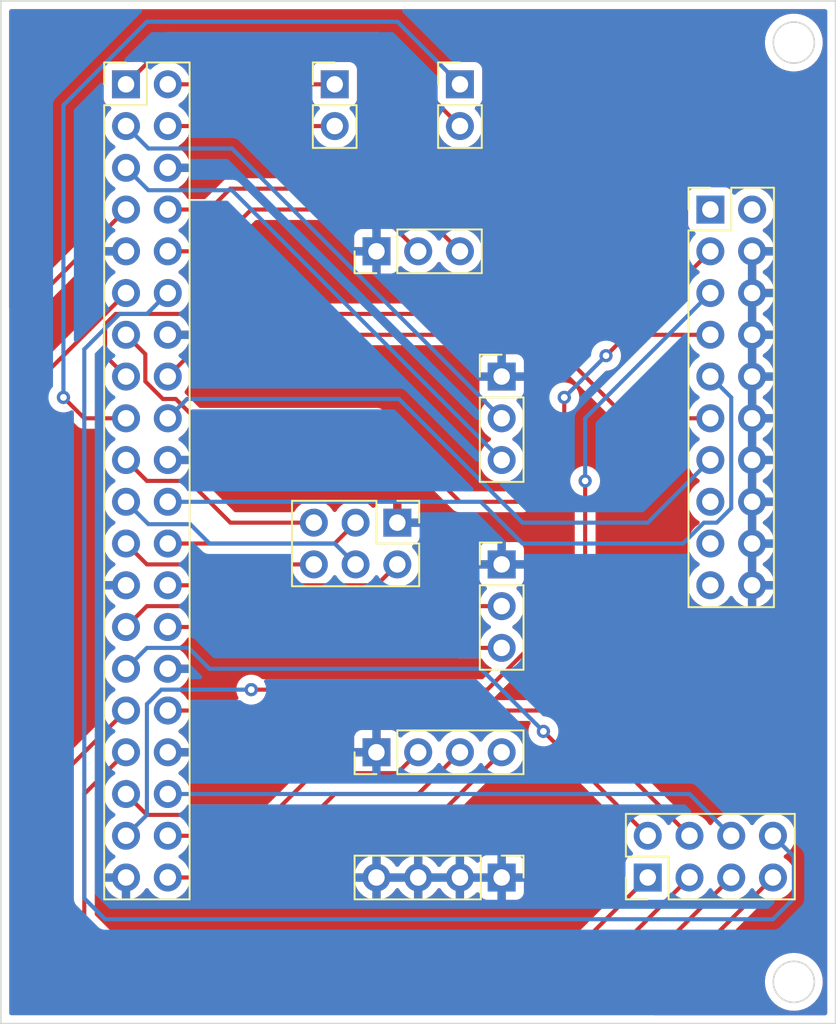
<source format=kicad_pcb>
(kicad_pcb (version 20211014) (generator pcbnew)
  (layers (0 "F.Cu" signal) (31 "B.Cu" signal) (34 "B.Paste" user) (35 "F.Paste" user) (36 "B.SilkS" user "B.Silkscreen") (37 "F.SilkS" user "F.Silkscreen") (38 "B.Mask" user) (39 "F.Mask" user) (44 "Edge.Cuts" user))
  (net 0 "")
  (net 1 "Net-(J0-Pad1)")
  (net 2 "Net-(J0-Pad2)")
  (net 3 "Net-(J0-Pad3)")
  (net 4 "Net-(J0-Pad4)")
  (net 5 "Net-(J0-Pad5)")
  (net 6 "Net-(J0-Pad7)")
  (net 7 "Net-(J0-Pad8)")
  (net 8 "Net-(J0-Pad10)")
  (net 9 "Net-(J0-Pad11)")
  (net 10 "Net-(J0-Pad12)")
  (net 11 "Net-(J0-Pad13)")
  (net 12 "Net-(J0-Pad15)")
  (net 13 "Net-(J0-Pad16)")
  (net 14 "Net-(J0-Pad17)")
  (net 15 "Net-(J0-Pad18)")
  (net 16 "Net-(J0-Pad19)")
  (net 17 "Net-(J0-Pad21)")
  (net 18 "Net-(J0-Pad22)")
  (net 19 "Net-(J0-Pad23)")
  (net 20 "Net-(J0-Pad24)")
  (net 21 "Net-(J0-Pad26)")
  (net 22 "Net-(J0-Pad27)")
  (net 23 "Net-(J0-Pad28)")
  (net 24 "Net-(J0-Pad31)")
  (net 25 "Net-(J0-Pad32)")
  (net 26 "Net-(J0-Pad33)")
  (net 27 "Net-(J0-Pad35)")
  (net 28 "Net-(J0-Pad36)")
  (net 29 "Net-(J0-Pad37)")
  (net 30 "Net-(J0-Pad38)")
  (net 31 "Net-(J0-Pad40)")
  (net 37 "Net-(J11-Pad2)")
  (net 38 "GND")
  (footprint "Connector_PinHeader_2.54mm:PinHeader_1x02_P2.54mm_Vertical" (layer "F.Cu") (at 109.22 63.5)
    (fp_text reference "J7" hide)
    (fp_text value "5V")
    (fp_line (start -1.33 0) (end -1.33 -1.33) (layer "F.SilkS") (width 0.12))
    (fp_line (start -1.33 1.27) (end 1.33 1.27) (layer "F.SilkS") (width 0.12))
    (fp_line (start -1.33 1.27) (end -1.33 3.87) (layer "F.SilkS") (width 0.12))
    (fp_line (start -1.33 -1.33) (end 0 -1.33) (layer "F.SilkS") (width 0.12))
    (fp_line (start -1.33 3.87) (end 1.33 3.87) (layer "F.SilkS") (width 0.12))
    (fp_line (start 1.33 1.27) (end 1.33 3.87) (layer "F.SilkS") (width 0.12))
    (pad "1" thru_hole rect (at 0 0) (size 1.7 1.7) (drill 1) (layers *.Cu *.Mask) (net 2 "Net-(J0-Pad2)"))
    (pad "2" thru_hole oval (at 0 2.54) (size 1.7 1.7) (drill 1) (layers *.Cu *.Mask) (net 4 "Net-(J0-Pad4)"))
  )
  (footprint "Connector_PinHeader_2.54mm:PinHeader_2x03_P2.54mm_Vertical" (layer "F.Cu") (at 113.03 90.17 -90)
    (fp_text reference "J6" hide)
    (fp_text value "SPI0")
    (fp_line (start -1.33 1.27) (end -1.33 6.41) (layer "F.SilkS") (width 0.12))
    (fp_line (start 1.27 1.27) (end 1.27 -1.33) (layer "F.SilkS") (width 0.12))
    (fp_line (start 1.27 -1.33) (end 3.87 -1.33) (layer "F.SilkS") (width 0.12))
    (fp_line (start -1.33 6.41) (end 3.87 6.41) (layer "F.SilkS") (width 0.12))
    (fp_line (start 3.87 -1.33) (end 3.87 6.41) (layer "F.SilkS") (width 0.12))
    (fp_line (start -1.33 0) (end -1.33 -1.33) (layer "F.SilkS") (width 0.12))
    (fp_line (start -1.33 1.27) (end 1.27 1.27) (layer "F.SilkS") (width 0.12))
    (fp_line (start -1.33 -1.33) (end 0 -1.33) (layer "F.SilkS") (width 0.12))
    (pad "1" thru_hole rect (at 0 0 270) (size 1.7 1.7) (drill 1) (layers *.Cu *.Mask) (net 38 "GND"))
    (pad "2" thru_hole oval (at 2.54 0 270) (size 1.7 1.7) (drill 1) (layers *.Cu *.Mask) (net 21 "Net-(J0-Pad26)"))
    (pad "3" thru_hole oval (at 0 2.54 270) (size 1.7 1.7) (drill 1) (layers *.Cu *.Mask) (net 20 "Net-(J0-Pad24)"))
    (pad "4" thru_hole oval (at 2.54 2.54 270) (size 1.7 1.7) (drill 1) (layers *.Cu *.Mask) (net 17 "Net-(J0-Pad21)"))
    (pad "5" thru_hole oval (at 0 5.08 270) (size 1.7 1.7) (drill 1) (layers *.Cu *.Mask) (net 16 "Net-(J0-Pad19)"))
    (pad "6" thru_hole oval (at 2.54 5.08 270) (size 1.7 1.7) (drill 1) (layers *.Cu *.Mask) (net 19 "Net-(J0-Pad23)"))
  )
  (footprint "Connector_PinHeader_2.54mm:PinHeader_1x04_P2.54mm_Vertical" (layer "F.Cu") (at 119.38 111.76 -90)
    (fp_text reference "J9" hide)
    (fp_text value "GND")
    (fp_line (start -1.33 1.27) (end -1.33 8.95) (layer "F.SilkS") (width 0.12))
    (fp_line (start 1.33 1.27) (end 1.33 8.95) (layer "F.SilkS") (width 0.12))
    (fp_line (start -1.33 -1.33) (end 0 -1.33) (layer "F.SilkS") (width 0.12))
    (fp_line (start -1.33 1.27) (end 1.33 1.27) (layer "F.SilkS") (width 0.12))
    (fp_line (start -1.33 0) (end -1.33 -1.33) (layer "F.SilkS") (width 0.12))
    (fp_line (start -1.33 8.95) (end 1.33 8.95) (layer "F.SilkS") (width 0.12))
    (pad "1" thru_hole rect (at 0 0 270) (size 1.7 1.7) (drill 1) (layers *.Cu *.Mask) (net 38 "GND"))
    (pad "2" thru_hole oval (at 0 2.54 270) (size 1.7 1.7) (drill 1) (layers *.Cu *.Mask) (net 38 "GND"))
    (pad "3" thru_hole oval (at 0 5.08 270) (size 1.7 1.7) (drill 1) (layers *.Cu *.Mask) (net 38 "GND"))
    (pad "4" thru_hole oval (at 0 7.62 270) (size 1.7 1.7) (drill 1) (layers *.Cu *.Mask) (net 38 "GND"))
  )
  (footprint "Connector_PinHeader_2.54mm:PinHeader_1x02_P2.54mm_Vertical" (layer "F.Cu") (at 116.84 63.5)
    (fp_text reference "J8" hide)
    (fp_text value "3V3")
    (fp_line (start -1.33 -1.33) (end 0 -1.33) (layer "F.SilkS") (width 0.12))
    (fp_line (start -1.33 1.27) (end 1.33 1.27) (layer "F.SilkS") (width 0.12))
    (fp_line (start -1.33 0) (end -1.33 -1.33) (layer "F.SilkS") (width 0.12))
    (fp_line (start 1.33 1.27) (end 1.33 3.87) (layer "F.SilkS") (width 0.12))
    (fp_line (start -1.33 3.87) (end 1.33 3.87) (layer "F.SilkS") (width 0.12))
    (fp_line (start -1.33 1.27) (end -1.33 3.87) (layer "F.SilkS") (width 0.12))
    (pad "1" thru_hole rect (at 0 0) (size 1.7 1.7) (drill 1) (layers *.Cu *.Mask) (net 14 "Net-(J0-Pad17)"))
    (pad "2" thru_hole oval (at 0 2.54) (size 1.7 1.7) (drill 1) (layers *.Cu *.Mask) (net 1 "Net-(J0-Pad1)"))
  )
  (footprint "Connector_PinHeader_2.54mm:PinHeader_1x03_P2.54mm_Vertical" (layer "F.Cu") (at 119.38 81.28)
    (fp_text reference "J4" hide)
    (fp_text value "I2C1")
    (fp_line (start -1.33 6.41) (end 1.33 6.41) (layer "F.SilkS") (width 0.12))
    (fp_line (start -1.33 -1.33) (end 0 -1.33) (layer "F.SilkS") (width 0.12))
    (fp_line (start -1.33 0) (end -1.33 -1.33) (layer "F.SilkS") (width 0.12))
    (fp_line (start -1.33 1.27) (end -1.33 6.41) (layer "F.SilkS") (width 0.12))
    (fp_line (start -1.33 1.27) (end 1.33 1.27) (layer "F.SilkS") (width 0.12))
    (fp_line (start 1.33 1.27) (end 1.33 6.41) (layer "F.SilkS") (width 0.12))
    (pad "1" thru_hole rect (at 0 0) (size 1.7 1.7) (drill 1) (layers *.Cu *.Mask) (net 38 "GND"))
    (pad "2" thru_hole oval (at 0 2.54) (size 1.7 1.7) (drill 1) (layers *.Cu *.Mask) (net 3 "Net-(J0-Pad3)"))
    (pad "3" thru_hole oval (at 0 5.08) (size 1.7 1.7) (drill 1) (layers *.Cu *.Mask) (net 5 "Net-(J0-Pad5)"))
  )
  (footprint "Connector_PinHeader_2.54mm:PinHeader_2x04_P2.54mm_Vertical" (layer "F.Cu") (at 128.27 111.76 90)
    (fp_text reference "J11" hide)
    (fp_text value "GPIO")
    (fp_line (start -1.33 -1.33) (end 0 -1.33) (layer "F.SilkS") (width 0.12))
    (fp_line (start 1.27 1.27) (end 1.27 -1.33) (layer "F.SilkS") (width 0.12))
    (fp_line (start -1.33 0) (end -1.33 -1.33) (layer "F.SilkS") (width 0.12))
    (fp_line (start -1.33 1.27) (end 1.27 1.27) (layer "F.SilkS") (width 0.12))
    (fp_line (start -1.33 1.27) (end -1.33 8.95) (layer "F.SilkS") (width 0.12))
    (fp_line (start 3.87 -1.33) (end 3.87 8.95) (layer "F.SilkS") (width 0.12))
    (fp_line (start 1.27 -1.33) (end 3.87 -1.33) (layer "F.SilkS") (width 0.12))
    (fp_line (start -1.33 8.95) (end 3.87 8.95) (layer "F.SilkS") (width 0.12))
    (pad "1" thru_hole rect (at 0 0 90) (size 1.7 1.7) (drill 1) (layers *.Cu *.Mask) (net 26 "Net-(J0-Pad33)"))
    (pad "2" thru_hole oval (at 2.54 0 90) (size 1.7 1.7) (drill 1) (layers *.Cu *.Mask) (net 37 "Net-(J11-Pad2)"))
    (pad "3" thru_hole oval (at 0 2.54 90) (size 1.7 1.7) (drill 1) (layers *.Cu *.Mask) (net 24 "Net-(J0-Pad31)"))
    (pad "4" thru_hole oval (at 2.54 2.54 90) (size 1.7 1.7) (drill 1) (layers *.Cu *.Mask) (net 25 "Net-(J0-Pad32)"))
    (pad "5" thru_hole oval (at 0 5.08 90) (size 1.7 1.7) (drill 1) (layers *.Cu *.Mask) (net 9 "Net-(J0-Pad11)"))
    (pad "6" thru_hole oval (at 2.54 5.08 90) (size 1.7 1.7) (drill 1) (layers *.Cu *.Mask) (net 28 "Net-(J0-Pad36)"))
    (pad "7" thru_hole oval (at 0 7.62 90) (size 1.7 1.7) (drill 1) (layers *.Cu *.Mask) (net 6 "Net-(J0-Pad7)"))
    (pad "8" thru_hole oval (at 2.54 7.62 90) (size 1.7 1.7) (drill 1) (layers *.Cu *.Mask) (net 10 "Net-(J0-Pad12)"))
  )
  (footprint "Connector_PinHeader_2.54mm:PinHeader_1x04_P2.54mm_Vertical" (layer "F.Cu") (at 111.76 104.14 90)
    (fp_text reference "J5" hide)
    (fp_text value "SPI1")
    (fp_line (start -1.33 1.27) (end -1.33 8.95) (layer "F.SilkS") (width 0.12))
    (fp_line (start 1.33 1.27) (end 1.33 8.95) (layer "F.SilkS") (width 0.12))
    (fp_line (start -1.33 0) (end -1.33 -1.33) (layer "F.SilkS") (width 0.12))
    (fp_line (start -1.33 1.27) (end 1.33 1.27) (layer "F.SilkS") (width 0.12))
    (fp_line (start -1.33 -1.33) (end 0 -1.33) (layer "F.SilkS") (width 0.12))
    (fp_line (start -1.33 8.95) (end 1.33 8.95) (layer "F.SilkS") (width 0.12))
    (pad "1" thru_hole rect (at 0 0 90) (size 1.7 1.7) (drill 1) (layers *.Cu *.Mask) (net 38 "GND"))
    (pad "2" thru_hole oval (at 0 2.54 90) (size 1.7 1.7) (drill 1) (layers *.Cu *.Mask) (net 27 "Net-(J0-Pad35)"))
    (pad "3" thru_hole oval (at 0 5.08 90) (size 1.7 1.7) (drill 1) (layers *.Cu *.Mask) (net 30 "Net-(J0-Pad38)"))
    (pad "4" thru_hole oval (at 0 7.62 90) (size 1.7 1.7) (drill 1) (layers *.Cu *.Mask) (net 31 "Net-(J0-Pad40)"))
  )
  (footprint "Connector_PinHeader_2.54mm:PinHeader_1x03_P2.54mm_Vertical" (layer "F.Cu") (at 111.76 73.66 90)
    (fp_text reference "J2" hide)
    (fp_text value "UART")
    (fp_line (start 1.33 1.27) (end 1.33 6.41) (layer "F.SilkS") (width 0.12))
    (fp_line (start -1.33 6.41) (end 1.33 6.41) (layer "F.SilkS") (width 0.12))
    (fp_line (start -1.33 1.27) (end -1.33 6.41) (layer "F.SilkS") (width 0.12))
    (fp_line (start -1.33 -1.33) (end 0 -1.33) (layer "F.SilkS") (width 0.12))
    (fp_line (start -1.33 0) (end -1.33 -1.33) (layer "F.SilkS") (width 0.12))
    (fp_line (start -1.33 1.27) (end 1.33 1.27) (layer "F.SilkS") (width 0.12))
    (pad "1" thru_hole rect (at 0 0 90) (size 1.7 1.7) (drill 1) (layers *.Cu *.Mask) (net 38 "GND"))
    (pad "2" thru_hole oval (at 0 2.54 90) (size 1.7 1.7) (drill 1) (layers *.Cu *.Mask) (net 8 "Net-(J0-Pad10)"))
    (pad "3" thru_hole oval (at 0 5.08 90) (size 1.7 1.7) (drill 1) (layers *.Cu *.Mask) (net 7 "Net-(J0-Pad8)"))
  )
  (footprint "Connector_PinHeader_2.54mm:PinHeader_2x20_P2.54mm_Vertical" (layer "F.Cu") (at 96.52 63.5)
    (fp_text reference "J0" hide)
    (fp_text value "Raspberry Pi")
    (fp_line (start -1.33 0) (end -1.33 -1.33) (layer "F.SilkS") (width 0.12))
    (fp_line (start 1.27 -1.33) (end 3.87 -1.33) (layer "F.SilkS") (width 0.12))
    (fp_line (start 1.27 1.27) (end 1.27 -1.33) (layer "F.SilkS") (width 0.12))
    (fp_line (start -1.33 1.27) (end 1.27 1.27) (layer "F.SilkS") (width 0.12))
    (fp_line (start 3.87 -1.33) (end 3.87 49.59) (layer "F.SilkS") (width 0.12))
    (fp_line (start -1.33 -1.33) (end 0 -1.33) (layer "F.SilkS") (width 0.12))
    (fp_line (start -1.33 49.59) (end 3.87 49.59) (layer "F.SilkS") (width 0.12))
    (fp_line (start -1.33 1.27) (end -1.33 49.59) (layer "F.SilkS") (width 0.12))
    (pad "1" thru_hole rect (at 0 0) (size 1.7 1.7) (drill 1) (layers *.Cu *.Mask) (net 1 "Net-(J0-Pad1)"))
    (pad "2" thru_hole oval (at 2.54 0) (size 1.7 1.7) (drill 1) (layers *.Cu *.Mask) (net 2 "Net-(J0-Pad2)"))
    (pad "3" thru_hole oval (at 0 2.54) (size 1.7 1.7) (drill 1) (layers *.Cu *.Mask) (net 3 "Net-(J0-Pad3)"))
    (pad "4" thru_hole oval (at 2.54 2.54) (size 1.7 1.7) (drill 1) (layers *.Cu *.Mask) (net 4 "Net-(J0-Pad4)"))
    (pad "5" thru_hole oval (at 0 5.08) (size 1.7 1.7) (drill 1) (layers *.Cu *.Mask) (net 5 "Net-(J0-Pad5)"))
    (pad "6" thru_hole oval (at 2.54 5.08) (size 1.7 1.7) (drill 1) (layers *.Cu *.Mask) (net 38 "GND"))
    (pad "7" thru_hole oval (at 0 7.62) (size 1.7 1.7) (drill 1) (layers *.Cu *.Mask) (net 6 "Net-(J0-Pad7)"))
    (pad "8" thru_hole oval (at 2.54 7.62) (size 1.7 1.7) (drill 1) (layers *.Cu *.Mask) (net 7 "Net-(J0-Pad8)"))
    (pad "9" thru_hole oval (at 0 10.16) (size 1.7 1.7) (drill 1) (layers *.Cu *.Mask) (net 38 "GND"))
    (pad "10" thru_hole oval (at 2.54 10.16) (size 1.7 1.7) (drill 1) (layers *.Cu *.Mask) (net 8 "Net-(J0-Pad10)"))
    (pad "11" thru_hole oval (at 0 12.7) (size 1.7 1.7) (drill 1) (layers *.Cu *.Mask) (net 9 "Net-(J0-Pad11)"))
    (pad "12" thru_hole oval (at 2.54 12.7) (size 1.7 1.7) (drill 1) (layers *.Cu *.Mask) (net 10 "Net-(J0-Pad12)"))
    (pad "13" thru_hole oval (at 0 15.24) (size 1.7 1.7) (drill 1) (layers *.Cu *.Mask) (net 11 "Net-(J0-Pad13)"))
    (pad "14" thru_hole oval (at 2.54 15.24) (size 1.7 1.7) (drill 1) (layers *.Cu *.Mask) (net 38 "GND"))
    (pad "15" thru_hole oval (at 0 17.78) (size 1.7 1.7) (drill 1) (layers *.Cu *.Mask) (net 12 "Net-(J0-Pad15)"))
    (pad "16" thru_hole oval (at 2.54 17.78) (size 1.7 1.7) (drill 1) (layers *.Cu *.Mask) (net 13 "Net-(J0-Pad16)"))
    (pad "17" thru_hole oval (at 0 20.32) (size 1.7 1.7) (drill 1) (layers *.Cu *.Mask) (net 14 "Net-(J0-Pad17)"))
    (pad "18" thru_hole oval (at 2.54 20.32) (size 1.7 1.7) (drill 1) (layers *.Cu *.Mask) (net 15 "Net-(J0-Pad18)"))
    (pad "19" thru_hole oval (at 0 22.86) (size 1.7 1.7) (drill 1) (layers *.Cu *.Mask) (net 16 "Net-(J0-Pad19)"))
    (pad "20" thru_hole oval (at 2.54 22.86) (size 1.7 1.7) (drill 1) (layers *.Cu *.Mask) (net 38 "GND"))
    (pad "21" thru_hole oval (at 0 25.4) (size 1.7 1.7) (drill 1) (layers *.Cu *.Mask) (net 17 "Net-(J0-Pad21)"))
    (pad "22" thru_hole oval (at 2.54 25.4) (size 1.7 1.7) (drill 1) (layers *.Cu *.Mask) (net 18 "Net-(J0-Pad22)"))
    (pad "23" thru_hole oval (at 0 27.94) (size 1.7 1.7) (drill 1) (layers *.Cu *.Mask) (net 19 "Net-(J0-Pad23)"))
    (pad "24" thru_hole oval (at 2.54 27.94) (size 1.7 1.7) (drill 1) (layers *.Cu *.Mask) (net 20 "Net-(J0-Pad24)"))
    (pad "25" thru_hole oval (at 0 30.48) (size 1.7 1.7) (drill 1) (layers *.Cu *.Mask) (net 38 "GND"))
    (pad "26" thru_hole oval (at 2.54 30.48) (size 1.7 1.7) (drill 1) (layers *.Cu *.Mask) (net 21 "Net-(J0-Pad26)"))
    (pad "27" thru_hole oval (at 0 33.02) (size 1.7 1.7) (drill 1) (layers *.Cu *.Mask) (net 22 "Net-(J0-Pad27)"))
    (pad "28" thru_hole oval (at 2.54 33.02) (size 1.7 1.7) (drill 1) (layers *.Cu *.Mask) (net 23 "Net-(J0-Pad28)"))
    (pad "29" thru_hole oval (at 0 35.56) (size 1.7 1.7) (drill 1) (layers *.Cu *.Mask) (net 37 "Net-(J11-Pad2)"))
    (pad "30" thru_hole oval (at 2.54 35.56) (size 1.7 1.7) (drill 1) (layers *.Cu *.Mask) (net 38 "GND"))
    (pad "31" thru_hole oval (at 0 38.1) (size 1.7 1.7) (drill 1) (layers *.Cu *.Mask) (net 24 "Net-(J0-Pad31)"))
    (pad "32" thru_hole oval (at 2.54 38.1) (size 1.7 1.7) (drill 1) (layers *.Cu *.Mask) (net 25 "Net-(J0-Pad32)"))
    (pad "33" thru_hole oval (at 0 40.64) (size 1.7 1.7) (drill 1) (layers *.Cu *.Mask) (net 26 "Net-(J0-Pad33)"))
    (pad "34" thru_hole oval (at 2.54 40.64) (size 1.7 1.7) (drill 1) (layers *.Cu *.Mask) (net 38 "GND"))
    (pad "35" thru_hole oval (at 0 43.18) (size 1.7 1.7) (drill 1) (layers *.Cu *.Mask) (net 27 "Net-(J0-Pad35)"))
    (pad "36" thru_hole oval (at 2.54 43.18) (size 1.7 1.7) (drill 1) (layers *.Cu *.Mask) (net 28 "Net-(J0-Pad36)"))
    (pad "37" thru_hole oval (at 0 45.72) (size 1.7 1.7) (drill 1) (layers *.Cu *.Mask) (net 29 "Net-(J0-Pad37)"))
    (pad "38" thru_hole oval (at 2.54 45.72) (size 1.7 1.7) (drill 1) (layers *.Cu *.Mask) (net 30 "Net-(J0-Pad38)"))
    (pad "39" thru_hole oval (at 0 48.26) (size 1.7 1.7) (drill 1) (layers *.Cu *.Mask) (net 38 "GND"))
    (pad "40" thru_hole oval (at 2.54 48.26) (size 1.7 1.7) (drill 1) (layers *.Cu *.Mask) (net 31 "Net-(J0-Pad40)"))
  )
  (footprint "Connector_PinHeader_2.54mm:PinHeader_1x03_P2.54mm_Vertical" (layer "F.Cu") (at 119.38 92.71)
    (fp_text reference "J3" hide)
    (fp_text value "I2C0")
    (fp_line (start -1.33 6.41) (end 1.33 6.41) (layer "F.SilkS") (width 0.12))
    (fp_line (start -1.33 1.27) (end -1.33 6.41) (layer "F.SilkS") (width 0.12))
    (fp_line (start -1.33 1.27) (end 1.33 1.27) (layer "F.SilkS") (width 0.12))
    (fp_line (start -1.33 0) (end -1.33 -1.33) (layer "F.SilkS") (width 0.12))
    (fp_line (start -1.33 -1.33) (end 0 -1.33) (layer "F.SilkS") (width 0.12))
    (fp_line (start 1.33 1.27) (end 1.33 6.41) (layer "F.SilkS") (width 0.12))
    (pad "1" thru_hole rect (at 0 0) (size 1.7 1.7) (drill 1) (layers *.Cu *.Mask) (net 38 "GND"))
    (pad "2" thru_hole oval (at 0 2.54) (size 1.7 1.7) (drill 1) (layers *.Cu *.Mask) (net 22 "Net-(J0-Pad27)"))
    (pad "3" thru_hole oval (at 0 5.08) (size 1.7 1.7) (drill 1) (layers *.Cu *.Mask) (net 23 "Net-(J0-Pad28)"))
  )
  (footprint "Connector_PinHeader_2.54mm:PinHeader_2x10_P2.54mm_Vertical" (layer "F.Cu") (at 132.08 71.12)
    (fp_text reference "J1" hide)
    (fp_text value "JTAG ARM20")
    (fp_line (start -1.33 -1.33) (end 0 -1.33) (layer "F.SilkS") (width 0.12))
    (fp_line (start -1.33 0) (end -1.33 -1.33) (layer "F.SilkS") (width 0.12))
    (fp_line (start -1.33 1.27) (end 1.27 1.27) (layer "F.SilkS") (width 0.12))
    (fp_line (start -1.33 24.19) (end 3.87 24.19) (layer "F.SilkS") (width 0.12))
    (fp_line (start 1.27 -1.33) (end 3.87 -1.33) (layer "F.SilkS") (width 0.12))
    (fp_line (start 3.87 -1.33) (end 3.87 24.19) (layer "F.SilkS") (width 0.12))
    (fp_line (start 1.27 1.27) (end 1.27 -1.33) (layer "F.SilkS") (width 0.12))
    (fp_line (start -1.33 1.27) (end -1.33 24.19) (layer "F.SilkS") (width 0.12))
    (pad "1" thru_hole rect (at 0 0) (size 1.7 1.7) (drill 1) (layers *.Cu *.Mask))
    (pad "2" thru_hole oval (at 2.54 0) (size 1.7 1.7) (drill 1) (layers *.Cu *.Mask))
    (pad "3" thru_hole oval (at 0 2.54) (size 1.7 1.7) (drill 1) (layers *.Cu *.Mask) (net 12 "Net-(J0-Pad15)"))
    (pad "4" thru_hole oval (at 2.54 2.54) (size 1.7 1.7) (drill 1) (layers *.Cu *.Mask) (net 38 "GND"))
    (pad "5" thru_hole oval (at 0 5.08) (size 1.7 1.7) (drill 1) (layers *.Cu *.Mask) (net 29 "Net-(J0-Pad37)"))
    (pad "6" thru_hole oval (at 2.54 5.08) (size 1.7 1.7) (drill 1) (layers *.Cu *.Mask) (net 38 "GND"))
    (pad "7" thru_hole oval (at 0 7.62) (size 1.7 1.7) (drill 1) (layers *.Cu *.Mask) (net 11 "Net-(J0-Pad13)"))
    (pad "8" thru_hole oval (at 2.54 7.62) (size 1.7 1.7) (drill 1) (layers *.Cu *.Mask) (net 38 "GND"))
    (pad "9" thru_hole oval (at 0 10.16) (size 1.7 1.7) (drill 1) (layers *.Cu *.Mask) (net 18 "Net-(J0-Pad22)"))
    (pad "10" thru_hole oval (at 2.54 10.16) (size 1.7 1.7) (drill 1) (layers *.Cu *.Mask) (net 38 "GND"))
    (pad "11" thru_hole oval (at 0 12.7) (size 1.7 1.7) (drill 1) (layers *.Cu *.Mask) (net 13 "Net-(J0-Pad16)"))
    (pad "12" thru_hole oval (at 2.54 12.7) (size 1.7 1.7) (drill 1) (layers *.Cu *.Mask) (net 38 "GND"))
    (pad "13" thru_hole oval (at 0 15.24) (size 1.7 1.7) (drill 1) (layers *.Cu *.Mask) (net 15 "Net-(J0-Pad18)"))
    (pad "14" thru_hole oval (at 2.54 15.24) (size 1.7 1.7) (drill 1) (layers *.Cu *.Mask) (net 38 "GND"))
    (pad "15" thru_hole oval (at 0 17.78) (size 1.7 1.7) (drill 1) (layers *.Cu *.Mask))
    (pad "16" thru_hole oval (at 2.54 17.78) (size 1.7 1.7) (drill 1) (layers *.Cu *.Mask) (net 38 "GND"))
    (pad "17" thru_hole oval (at 0 20.32) (size 1.7 1.7) (drill 1) (layers *.Cu *.Mask))
    (pad "18" thru_hole oval (at 2.54 20.32) (size 1.7 1.7) (drill 1) (layers *.Cu *.Mask) (net 38 "GND"))
    (pad "19" thru_hole oval (at 0 22.86) (size 1.7 1.7) (drill 1) (layers *.Cu *.Mask))
    (pad "20" thru_hole oval (at 2.54 22.86) (size 1.7 1.7) (drill 1) (layers *.Cu *.Mask) (net 38 "GND"))
  )
  (gr_circle (center 137.16 60.96) (end 138.41 60.96) (layer "Edge.Cuts") (width 0.1) (fill none))
  (gr_rect (start 88.9 58.42) (end 139.7 120.65) (layer "Edge.Cuts") (width 0.1) (fill none))
  (gr_circle (center 137.16 118.11) (end 138.41 118.11) (layer "Edge.Cuts") (width 0.1) (fill none))
  (segment (start 99.06 60.96) (end 96.52 63.5) (width 0.25) (layer "F.Cu") (net 1))
  (segment (start 111.76 60.96) (end 99.06 60.96) (width 0.25) (layer "F.Cu") (net 1))
  (segment (start 116.84 66.04) (end 111.76 60.96) (width 0.25) (layer "F.Cu") (net 1))
  (segment (start 99.06 63.5) (end 109.22 63.5) (width 0.25) (layer "F.Cu") (net 2))
  (segment (start 102.965 67.405) (end 97.885 67.405) (width 0.25) (layer "B.Cu") (net 3))
  (segment (start 119.38 83.82) (end 102.965 67.405) (width 0.25) (layer "B.Cu") (net 3))
  (segment (start 97.885 67.405) (end 96.52 66.04) (width 0.25) (layer "B.Cu") (net 3))
  (segment (start 99.06 66.04) (end 109.22 66.04) (width 0.25) (layer "F.Cu") (net 4))
  (segment (start 97.885 69.945) (end 96.52 68.58) (width 0.25) (layer "B.Cu") (net 5))
  (segment (start 119.38 86.36) (end 102.965 69.945) (width 0.25) (layer "B.Cu") (net 5))
  (segment (start 102.965 69.945) (end 97.885 69.945) (width 0.25) (layer "B.Cu") (net 5))
  (segment (start 128.27 119.38) (end 95.25 119.38) (width 0.25) (layer "F.Cu") (net 6))
  (segment (start 135.89 111.76) (end 128.27 119.38) (width 0.25) (layer "F.Cu") (net 6))
  (segment (start 90.17 77.47) (end 96.52 71.12) (width 0.25) (layer "F.Cu") (net 6))
  (segment (start 95.25 119.38) (end 90.17 114.3) (width 0.25) (layer "F.Cu") (net 6))
  (segment (start 90.17 114.3) (end 90.17 77.47) (width 0.25) (layer "F.Cu") (net 6))
  (segment (start 113.03 69.85) (end 116.84 73.66) (width 0.25) (layer "F.Cu") (net 7))
  (segment (start 99.06 71.12) (end 101.6 71.12) (width 0.25) (layer "F.Cu") (net 7))
  (segment (start 101.6 71.12) (end 102.87 69.85) (width 0.25) (layer "F.Cu") (net 7))
  (segment (start 102.87 69.85) (end 113.03 69.85) (width 0.25) (layer "F.Cu") (net 7))
  (segment (start 101.6 73.66) (end 99.06 73.66) (width 0.25) (layer "F.Cu") (net 8))
  (segment (start 111.76 71.12) (end 104.14 71.12) (width 0.25) (layer "F.Cu") (net 8))
  (segment (start 104.14 71.12) (end 101.6 73.66) (width 0.25) (layer "F.Cu") (net 8))
  (segment (start 114.3 73.66) (end 111.76 71.12) (width 0.25) (layer "F.Cu") (net 8))
  (segment (start 95.25 118.11) (end 91.44 114.3) (width 0.25) (layer "F.Cu") (net 9))
  (segment (start 127 118.11) (end 95.25 118.11) (width 0.25) (layer "F.Cu") (net 9))
  (segment (start 133.35 111.76) (end 127 118.11) (width 0.25) (layer "F.Cu") (net 9))
  (segment (start 91.44 114.3) (end 91.44 81.28) (width 0.25) (layer "F.Cu") (net 9))
  (segment (start 91.44 81.28) (end 96.52 76.2) (width 0.25) (layer "F.Cu") (net 9))
  (segment (start 97.79 77.47) (end 96.128299 77.47) (width 0.25) (layer "B.Cu") (net 10))
  (segment (start 95.25 114.3) (end 135.89 114.3) (width 0.25) (layer "B.Cu") (net 10))
  (segment (start 93.98 113.03) (end 95.25 114.3) (width 0.25) (layer "B.Cu") (net 10))
  (segment (start 96.128299 77.47) (end 93.98 79.618299) (width 0.25) (layer "B.Cu") (net 10))
  (segment (start 135.89 114.3) (end 137.16 113.03) (width 0.25) (layer "B.Cu") (net 10))
  (segment (start 137.16 110.49) (end 135.89 109.22) (width 0.25) (layer "B.Cu") (net 10))
  (segment (start 99.06 76.2) (end 97.79 77.47) (width 0.25) (layer "B.Cu") (net 10))
  (segment (start 137.16 113.03) (end 137.16 110.49) (width 0.25) (layer "B.Cu") (net 10))
  (segment (start 93.98 79.618299) (end 93.98 113.03) (width 0.25) (layer "B.Cu") (net 10))
  (segment (start 97.695 81.576701) (end 97.695 79.915) (width 0.25) (layer "F.Cu") (net 11))
  (segment (start 98.763299 82.645) (end 97.695 81.576701) (width 0.25) (layer "F.Cu") (net 11))
  (segment (start 100.721701 83.82) (end 99.546701 82.645) (width 0.25) (layer "F.Cu") (net 11))
  (segment (start 116.84 88.9) (end 111.76 83.82) (width 0.25) (layer "F.Cu") (net 11))
  (segment (start 99.546701 82.645) (end 98.763299 82.645) (width 0.25) (layer "F.Cu") (net 11))
  (segment (start 111.76 83.82) (end 100.721701 83.82) (width 0.25) (layer "F.Cu") (net 11))
  (segment (start 123.19 82.55) (end 123.19 86.36) (width 0.25) (layer "F.Cu") (net 11))
  (segment (start 127 78.74) (end 125.73 80.01) (width 0.25) (layer "F.Cu") (net 11))
  (segment (start 120.65 88.9) (end 116.84 88.9) (width 0.25) (layer "F.Cu") (net 11))
  (segment (start 97.695 79.915) (end 96.52 78.74) (width 0.25) (layer "F.Cu") (net 11))
  (segment (start 123.19 86.36) (end 120.65 88.9) (width 0.25) (layer "F.Cu") (net 11))
  (segment (start 132.08 78.74) (end 127 78.74) (width 0.25) (layer "F.Cu") (net 11))
  (via (at 125.73 80.01) (size 0.8) (drill 0.4) (layers "F.Cu" "B.Cu") (net 11))
  (via (at 123.19 82.55) (size 0.8) (drill 0.4) (layers "F.Cu" "B.Cu") (net 11))
  (via (at 123.19 82.55) (size 0.8) (drill 0.4) (layers "F.Cu" "B.Cu") (net 11))
  (via (at 123.19 82.55) (size 0.8) (drill 0.4) (layers "F.Cu" "B.Cu") (net 11))
  (segment (start 125.73 80.01) (end 123.19 82.55) (width 0.25) (layer "B.Cu") (net 11))
  (segment (start 128.27 77.47) (end 95.886396 77.47) (width 0.25) (layer "F.Cu") (net 12))
  (segment (start 132.08 73.66) (end 128.27 77.47) (width 0.25) (layer "F.Cu") (net 12))
  (segment (start 95.25 80.01) (end 96.52 81.28) (width 0.25) (layer "F.Cu") (net 12))
  (segment (start 95.25 78.106396) (end 95.25 80.01) (width 0.25) (layer "F.Cu") (net 12))
  (segment (start 95.886396 77.47) (end 95.25 78.106396) (width 0.25) (layer "F.Cu") (net 12))
  (segment (start 101.6 78.74) (end 99.06 81.28) (width 0.25) (layer "F.Cu") (net 13))
  (segment (start 121.92 78.74) (end 101.6 78.74) (width 0.25) (layer "F.Cu") (net 13))
  (segment (start 127 83.82) (end 121.92 78.74) (width 0.25) (layer "F.Cu") (net 13))
  (segment (start 132.08 83.82) (end 127 83.82) (width 0.25) (layer "F.Cu") (net 13))
  (segment (start 96.52 83.82) (end 93.98 83.82) (width 0.25) (layer "F.Cu") (net 14))
  (segment (start 93.98 83.82) (end 92.71 82.55) (width 0.25) (layer "F.Cu") (net 14))
  (via (at 92.71 82.55) (size 0.8) (drill 0.4) (layers "F.Cu" "B.Cu") (net 14))
  (via (at 92.71 82.55) (size 0.8) (drill 0.4) (layers "F.Cu" "B.Cu") (net 14))
  (segment (start 92.71 82.55) (end 92.71 64.77) (width 0.25) (layer "B.Cu") (net 14))
  (segment (start 113.03 59.69) (end 116.84 63.5) (width 0.25) (layer "B.Cu") (net 14))
  (segment (start 97.79 59.69) (end 113.03 59.69) (width 0.25) (layer "B.Cu") (net 14))
  (segment (start 92.71 64.77) (end 97.79 59.69) (width 0.25) (layer "B.Cu") (net 14))
  (segment (start 128.27 90.17) (end 132.08 86.36) (width 0.25) (layer "B.Cu") (net 15))
  (segment (start 100.235 82.645) (end 113.125 82.645) (width 0.25) (layer "B.Cu") (net 15))
  (segment (start 120.65 90.17) (end 128.27 90.17) (width 0.25) (layer "B.Cu") (net 15))
  (segment (start 99.06 83.82) (end 100.235 82.645) (width 0.25) (layer "B.Cu") (net 15))
  (segment (start 113.125 82.645) (end 120.65 90.17) (width 0.25) (layer "B.Cu") (net 15))
  (segment (start 107.95 90.17) (end 102.87 90.17) (width 0.25) (layer "F.Cu") (net 16))
  (segment (start 97.79 87.63) (end 96.52 86.36) (width 0.25) (layer "F.Cu") (net 16))
  (segment (start 102.87 90.17) (end 100.33 87.63) (width 0.25) (layer "F.Cu") (net 16))
  (segment (start 100.33 87.63) (end 97.79 87.63) (width 0.25) (layer "F.Cu") (net 16))
  (segment (start 101.6 91.44) (end 100.425 90.265) (width 0.25) (layer "B.Cu") (net 17))
  (segment (start 110.49 92.71) (end 109.22 91.44) (width 0.25) (layer "B.Cu") (net 17))
  (segment (start 100.425 90.265) (end 97.885 90.265) (width 0.25) (layer "B.Cu") (net 17))
  (segment (start 109.22 91.44) (end 101.6 91.44) (width 0.25) (layer "B.Cu") (net 17))
  (segment (start 97.885 90.265) (end 96.52 88.9) (width 0.25) (layer "B.Cu") (net 17))
  (segment (start 120.65 91.44) (end 130.418299 91.44) (width 0.25) (layer "B.Cu") (net 18))
  (segment (start 133.35 89.291701) (end 133.35 82.55) (width 0.25) (layer "B.Cu") (net 18))
  (segment (start 133.35 82.55) (end 132.08 81.28) (width 0.25) (layer "B.Cu") (net 18))
  (segment (start 99.06 88.9) (end 118.11 88.9) (width 0.25) (layer "B.Cu") (net 18))
  (segment (start 132.471701 90.17) (end 133.35 89.291701) (width 0.25) (layer "B.Cu") (net 18))
  (segment (start 118.11 88.9) (end 120.65 91.44) (width 0.25) (layer "B.Cu") (net 18))
  (segment (start 130.418299 91.44) (end 131.688299 90.17) (width 0.25) (layer "B.Cu") (net 18))
  (segment (start 131.688299 90.17) (end 132.471701 90.17) (width 0.25) (layer "B.Cu") (net 18))
  (segment (start 107.95 92.71) (end 97.79 92.71) (width 0.25) (layer "F.Cu") (net 19))
  (segment (start 97.79 92.71) (end 96.52 91.44) (width 0.25) (layer "F.Cu") (net 19))
  (segment (start 109.22 91.44) (end 99.06 91.44) (width 0.25) (layer "F.Cu") (net 20))
  (segment (start 110.49 90.17) (end 109.22 91.44) (width 0.25) (layer "F.Cu") (net 20))
  (segment (start 113.03 92.71) (end 111.76 93.98) (width 0.25) (layer "F.Cu") (net 21))
  (segment (start 111.76 93.98) (end 99.06 93.98) (width 0.25) (layer "F.Cu") (net 21))
  (segment (start 97.79 95.25) (end 96.52 96.52) (width 0.25) (layer "F.Cu") (net 22))
  (segment (start 119.38 95.25) (end 97.79 95.25) (width 0.25) (layer "F.Cu") (net 22))
  (segment (start 115.57 96.52) (end 99.06 96.52) (width 0.25) (layer "F.Cu") (net 23))
  (segment (start 119.38 97.79) (end 116.84 97.79) (width 0.25) (layer "F.Cu") (net 23))
  (segment (start 116.84 97.79) (end 115.57 96.52) (width 0.25) (layer "F.Cu") (net 23))
  (segment (start 92.71 114.3) (end 92.71 105.41) (width 0.25) (layer "F.Cu") (net 24))
  (segment (start 125.73 116.84) (end 95.25 116.84) (width 0.25) (layer "F.Cu") (net 24))
  (segment (start 95.25 116.84) (end 92.71 114.3) (width 0.25) (layer "F.Cu") (net 24))
  (segment (start 130.81 111.76) (end 125.73 116.84) (width 0.25) (layer "F.Cu") (net 24))
  (segment (start 92.71 105.41) (end 96.52 101.6) (width 0.25) (layer "F.Cu") (net 24))
  (segment (start 130.81 109.22) (end 123.19 101.6) (width 0.25) (layer "F.Cu") (net 25))
  (segment (start 123.19 101.6) (end 99.06 101.6) (width 0.25) (layer "F.Cu") (net 25))
  (segment (start 93.98 114.3) (end 93.98 106.68) (width 0.25) (layer "F.Cu") (net 26))
  (segment (start 93.98 106.68) (end 96.52 104.14) (width 0.25) (layer "F.Cu") (net 26))
  (segment (start 124.46 115.57) (end 95.25 115.57) (width 0.25) (layer "F.Cu") (net 26))
  (segment (start 95.25 115.57) (end 93.98 114.3) (width 0.25) (layer "F.Cu") (net 26))
  (segment (start 128.27 111.76) (end 124.46 115.57) (width 0.25) (layer "F.Cu") (net 26))
  (segment (start 105.41 107.95) (end 106.68 106.68) (width 0.25) (layer "F.Cu") (net 27))
  (segment (start 114.3 104.14) (end 113.03 105.41) (width 0.25) (layer "F.Cu") (net 27))
  (segment (start 102.87 107.95) (end 105.41 107.95) (width 0.25) (layer "F.Cu") (net 27))
  (segment (start 96.52 106.68) (end 97.79 107.95) (width 0.25) (layer "F.Cu") (net 27))
  (segment (start 107.95 105.41) (end 106.68 106.68) (width 0.25) (layer "F.Cu") (net 27))
  (segment (start 113.03 105.41) (end 107.95 105.41) (width 0.25) (layer "F.Cu") (net 27))
  (segment (start 97.79 107.95) (end 102.87 107.95) (width 0.25) (layer "F.Cu") (net 27))
  (segment (start 133.35 109.22) (end 130.81 106.68) (width 0.25) (layer "B.Cu") (net 28))
  (segment (start 130.81 106.68) (end 99.06 106.68) (width 0.25) (layer "B.Cu") (net 28))
  (segment (start 124.46 87.63) (end 124.46 94.371701) (width 0.25) (layer "F.Cu") (net 29))
  (segment (start 118.501701 100.33) (end 104.14 100.33) (width 0.25) (layer "F.Cu") (net 29))
  (segment (start 124.46 94.371701) (end 118.501701 100.33) (width 0.25) (layer "F.Cu") (net 29))
  (via (at 124.46 87.63) (size 0.8) (drill 0.4) (layers "F.Cu" "B.Cu") (net 29))
  (via (at 104.14 100.33) (size 0.8) (drill 0.4) (layers "F.Cu" "B.Cu") (net 29))
  (via (at 104.14 100.33) (size 0.8) (drill 0.4) (layers "F.Cu" "B.Cu") (net 29))
  (via (at 104.14 100.33) (size 0.8) (drill 0.4) (layers "F.Cu" "B.Cu") (net 29))
  (segment (start 124.46 83.82) (end 124.46 87.63) (width 0.25) (layer "B.Cu") (net 29))
  (segment (start 132.08 76.2) (end 124.46 83.82) (width 0.25) (layer "B.Cu") (net 29))
  (segment (start 98.668299 100.33) (end 97.79 101.208299) (width 0.25) (layer "B.Cu") (net 29))
  (segment (start 97.79 107.95) (end 96.52 109.22) (width 0.25) (layer "B.Cu") (net 29))
  (segment (start 104.14 100.33) (end 98.668299 100.33) (width 0.25) (layer "B.Cu") (net 29))
  (segment (start 97.79 101.208299) (end 97.79 107.95) (width 0.25) (layer "B.Cu") (net 29))
  (segment (start 109.22 106.68) (end 106.68 109.22) (width 0.25) (layer "F.Cu") (net 30))
  (segment (start 116.84 104.14) (end 114.3 106.68) (width 0.25) (layer "F.Cu") (net 30))
  (segment (start 114.3 106.68) (end 109.22 106.68) (width 0.25) (layer "F.Cu") (net 30))
  (segment (start 106.68 109.22) (end 99.06 109.22) (width 0.25) (layer "F.Cu") (net 30))
  (segment (start 106.68 111.76) (end 99.06 111.76) (width 0.25) (layer "F.Cu") (net 31))
  (segment (start 115.57 107.95) (end 110.49 107.95) (width 0.25) (layer "F.Cu") (net 31))
  (segment (start 119.38 104.14) (end 115.57 107.95) (width 0.25) (layer "F.Cu") (net 31))
  (segment (start 110.49 107.95) (end 106.68 111.76) (width 0.25) (layer "F.Cu") (net 31))
  (segment (start 128.27 109.22) (end 121.92 102.87) (width 0.25) (layer "F.Cu") (net 37))
  (via (at 121.92 102.87) (size 0.8) (drill 0.4) (layers "F.Cu" "B.Cu") (net 37))
  (via (at 121.92 102.87) (size 0.8) (drill 0.4) (layers "F.Cu" "B.Cu") (net 37))
  (segment (start 118.11 99.06) (end 101.6 99.06) (width 0.25) (layer "B.Cu") (net 37))
  (segment (start 101.6 99.06) (end 100.33 97.79) (width 0.25) (layer "B.Cu") (net 37))
  (segment (start 121.92 102.87) (end 118.11 99.06) (width 0.25) (layer "B.Cu") (net 37))
  (segment (start 100.33 97.79) (end 97.79 97.79) (width 0.25) (layer "B.Cu") (net 37))
  (segment (start 97.79 97.79) (end 96.52 99.06) (width 0.25) (layer "B.Cu") (net 37))
  (zone (net 38) (net_name "GND") (layers F&B.Cu) (connect_pads (clearance 0.508)) (min_thickness 0.254) (fill yes (thermal_gap 0.508) (thermal_bridge_width 0.508))
    (polygon (pts (xy 139.7 120.65) (xy 88.9 120.65) (xy 88.9 58.42) (xy 139.7 58.42)))
  )
)
</source>
